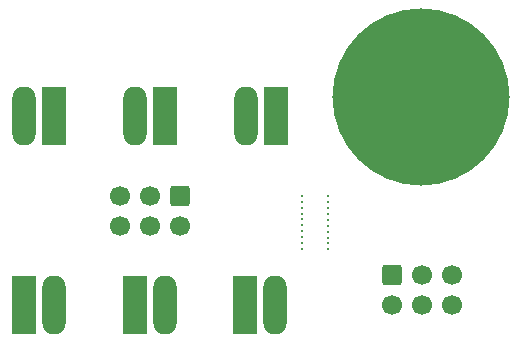
<source format=gts>
%TF.GenerationSoftware,KiCad,Pcbnew,9.0.0*%
%TF.CreationDate,2025-02-27T10:50:11-06:00*%
%TF.ProjectId,SAO-CR1616,53414f2d-4352-4313-9631-362e6b696361,rev?*%
%TF.SameCoordinates,Original*%
%TF.FileFunction,Soldermask,Top*%
%TF.FilePolarity,Negative*%
%FSLAX46Y46*%
G04 Gerber Fmt 4.6, Leading zero omitted, Abs format (unit mm)*
G04 Created by KiCad (PCBNEW 9.0.0) date 2025-02-27 10:50:11*
%MOMM*%
%LPD*%
G01*
G04 APERTURE LIST*
G04 Aperture macros list*
%AMRoundRect*
0 Rectangle with rounded corners*
0 $1 Rounding radius*
0 $2 $3 $4 $5 $6 $7 $8 $9 X,Y pos of 4 corners*
0 Add a 4 corners polygon primitive as box body*
4,1,4,$2,$3,$4,$5,$6,$7,$8,$9,$2,$3,0*
0 Add four circle primitives for the rounded corners*
1,1,$1+$1,$2,$3*
1,1,$1+$1,$4,$5*
1,1,$1+$1,$6,$7*
1,1,$1+$1,$8,$9*
0 Add four rect primitives between the rounded corners*
20,1,$1+$1,$2,$3,$4,$5,0*
20,1,$1+$1,$4,$5,$6,$7,0*
20,1,$1+$1,$6,$7,$8,$9,0*
20,1,$1+$1,$8,$9,$2,$3,0*%
G04 Aperture macros list end*
%ADD10C,0.300000*%
%ADD11RoundRect,0.250000X-0.600000X0.600000X-0.600000X-0.600000X0.600000X-0.600000X0.600000X0.600000X0*%
%ADD12C,1.700000*%
%ADD13C,4.000000*%
%ADD14R,2.000000X5.000000*%
%ADD15O,2.000000X5.000000*%
%ADD16C,15.000000*%
G04 APERTURE END LIST*
D10*
%TO.C,*%
X65094000Y-152760000D03*
%TD*%
D11*
%TO.C,J3*%
X52540000Y-148730000D03*
D12*
X52540000Y-151270000D03*
X50000000Y-148730000D03*
X50000000Y-151270000D03*
X47460001Y-148730000D03*
X47460000Y-151270000D03*
%TD*%
D10*
%TO.C,*%
X65094000Y-150260000D03*
%TD*%
%TO.C,*%
X65094000Y-148760000D03*
%TD*%
%TO.C,*%
X62902000Y-151234000D03*
%TD*%
%TO.C,*%
X62902000Y-152234000D03*
%TD*%
%TO.C,*%
X62902000Y-150734000D03*
%TD*%
%TO.C,*%
X65094000Y-153260000D03*
%TD*%
%TO.C,*%
X65094000Y-152260000D03*
%TD*%
%TO.C,*%
X65094000Y-149260000D03*
%TD*%
%TO.C,*%
X65094000Y-149760000D03*
%TD*%
D13*
%TO.C,B4*%
X72985106Y-140336892D03*
%TD*%
D10*
%TO.C,*%
X62902000Y-149234000D03*
%TD*%
%TO.C,*%
X62902000Y-153234000D03*
%TD*%
%TO.C,*%
X65094000Y-151760000D03*
%TD*%
%TO.C,*%
X62902000Y-150234000D03*
%TD*%
%TO.C,*%
X65094000Y-150760000D03*
%TD*%
%TO.C,*%
X65094000Y-151260000D03*
%TD*%
%TO.C,*%
X62902000Y-151734000D03*
%TD*%
%TO.C,*%
X62902000Y-149734000D03*
%TD*%
%TO.C,*%
X62902000Y-152734000D03*
%TD*%
%TO.C,*%
X62902000Y-148734000D03*
%TD*%
D14*
%TO.C,P5*%
X48720000Y-158000000D03*
D15*
X51260000Y-158000000D03*
%TD*%
D16*
%TO.C,SAO-P1*%
X72985106Y-140336892D03*
%TD*%
D14*
%TO.C,P4*%
X58085000Y-158000000D03*
D15*
X60625000Y-158000000D03*
%TD*%
D11*
%TO.C,J2*%
X70455107Y-155436892D03*
D12*
X70455107Y-157976892D03*
X72995107Y-155436892D03*
X72995107Y-157976892D03*
X75535106Y-155436892D03*
X75535107Y-157976892D03*
%TD*%
D14*
%TO.C,P1*%
X41905000Y-142000000D03*
D15*
X39365000Y-142000000D03*
%TD*%
D14*
%TO.C,P3*%
X60635000Y-142000000D03*
D15*
X58095000Y-142000000D03*
%TD*%
D14*
%TO.C,P2*%
X51270000Y-142000000D03*
D15*
X48730000Y-142000000D03*
%TD*%
D14*
%TO.C,P6*%
X39355000Y-158000000D03*
D15*
X41895000Y-158000000D03*
%TD*%
M02*

</source>
